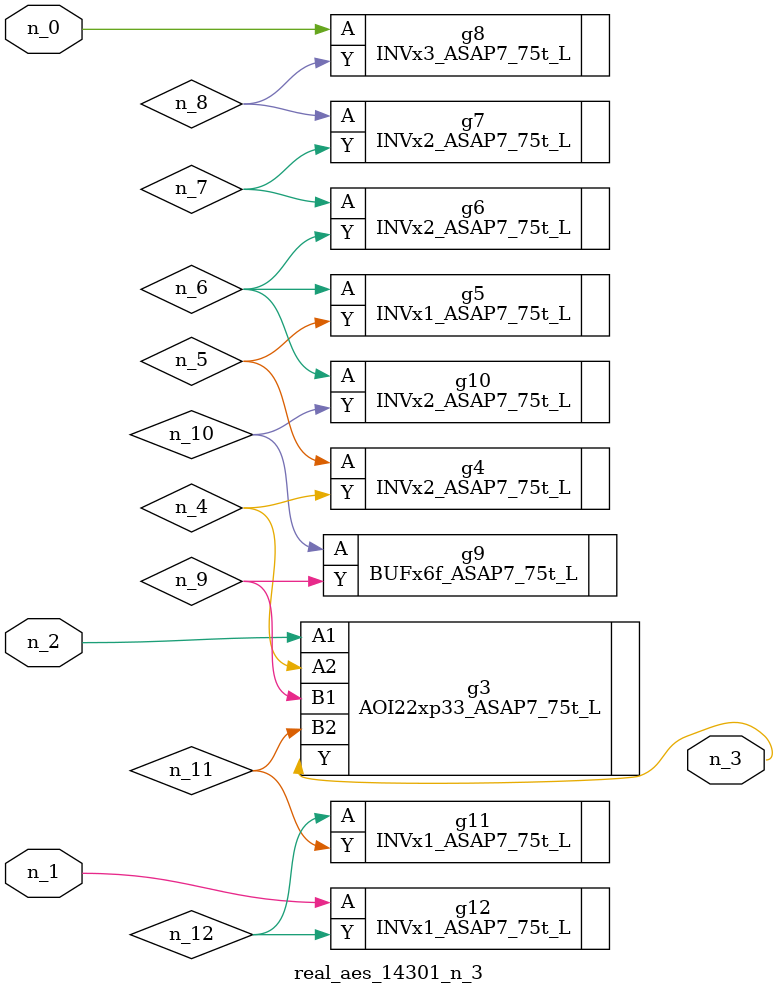
<source format=v>
module real_aes_14301_n_3 (n_0, n_2, n_1, n_3);
input n_0;
input n_2;
input n_1;
output n_3;
wire n_4;
wire n_5;
wire n_7;
wire n_9;
wire n_6;
wire n_8;
wire n_12;
wire n_10;
wire n_11;
INVx3_ASAP7_75t_L g8 ( .A(n_0), .Y(n_8) );
INVx1_ASAP7_75t_L g12 ( .A(n_1), .Y(n_12) );
AOI22xp33_ASAP7_75t_L g3 ( .A1(n_2), .A2(n_4), .B1(n_9), .B2(n_11), .Y(n_3) );
INVx2_ASAP7_75t_L g4 ( .A(n_5), .Y(n_4) );
INVx1_ASAP7_75t_L g5 ( .A(n_6), .Y(n_5) );
INVx2_ASAP7_75t_L g10 ( .A(n_6), .Y(n_10) );
INVx2_ASAP7_75t_L g6 ( .A(n_7), .Y(n_6) );
INVx2_ASAP7_75t_L g7 ( .A(n_8), .Y(n_7) );
BUFx6f_ASAP7_75t_L g9 ( .A(n_10), .Y(n_9) );
INVx1_ASAP7_75t_L g11 ( .A(n_12), .Y(n_11) );
endmodule
</source>
